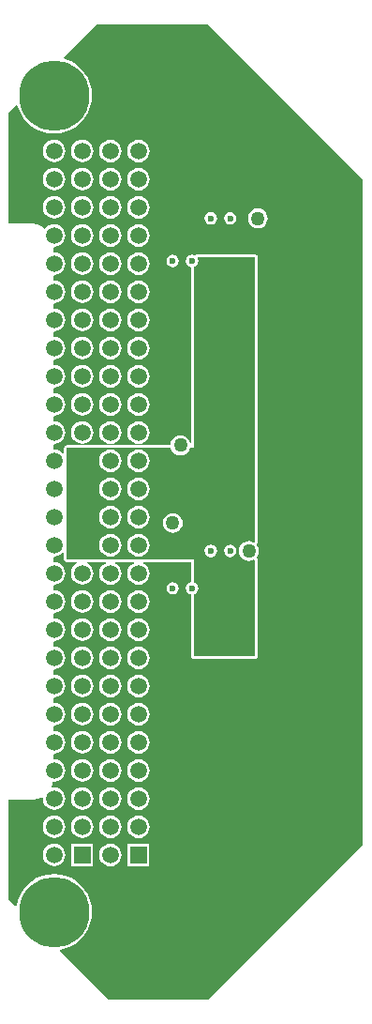
<source format=gbl>
G04*
G04 #@! TF.GenerationSoftware,Altium Limited,Altium Designer,23.3.1 (30)*
G04*
G04 Layer_Physical_Order=4*
G04 Layer_Color=16737819*
%FSAX42Y42*%
%MOMM*%
G71*
G04*
G04 #@! TF.SameCoordinates,74D896C7-0FB9-4F26-AAB1-64D905586B64*
G04*
G04*
G04 #@! TF.FilePolarity,Positive*
G04*
G01*
G75*
%ADD31R,1.50X1.50*%
%ADD32C,1.50*%
%ADD33C,6.35*%
%ADD34C,1.27*%
%ADD35C,1.30*%
%ADD36C,0.60*%
G36*
X003315Y007515D02*
Y001515D01*
X001915Y000115D01*
X001015D01*
X000576Y000554D01*
X000581Y000567D01*
X000629Y000578D01*
X000679Y000599D01*
X000725Y000627D01*
X000766Y000662D01*
X000801Y000703D01*
X000829Y000749D01*
X000850Y000799D01*
X000863Y000852D01*
X000867Y000906D01*
X000863Y000959D01*
X000850Y001012D01*
X000829Y001062D01*
X000801Y001108D01*
X000766Y001149D01*
X000725Y001184D01*
X000679Y001212D01*
X000629Y001233D01*
X000577Y001245D01*
X000523Y001249D01*
X000469Y001245D01*
X000417Y001233D01*
X000367Y001212D01*
X000321Y001184D01*
X000280Y001149D01*
X000245Y001108D01*
X000217Y001062D01*
X000196Y001012D01*
X000184Y000964D01*
X000172Y000958D01*
X000115Y001015D01*
Y001915D01*
X000315D01*
X000335Y001916D01*
X000373Y001924D01*
X000409Y001939D01*
X000412Y001940D01*
X000422Y001934D01*
X000422Y001928D01*
X000425Y001902D01*
X000435Y001877D01*
X000451Y001856D01*
X000472Y001840D01*
X000497Y001830D01*
X000523Y001827D01*
X000549Y001830D01*
X000574Y001840D01*
X000595Y001856D01*
X000611Y001877D01*
X000621Y001902D01*
X000624Y001928D01*
X000621Y001954D01*
X000611Y001979D01*
X000595Y002000D01*
X000574Y002016D01*
X000549Y002026D01*
X000523Y002029D01*
X000508Y002027D01*
X000499Y002039D01*
X000506Y002057D01*
X000511Y002082D01*
X000523Y002081D01*
X000549Y002084D01*
X000574Y002094D01*
X000595Y002110D01*
X000611Y002131D01*
X000621Y002156D01*
X000624Y002182D01*
X000621Y002208D01*
X000611Y002233D01*
X000595Y002254D01*
X000574Y002270D01*
X000549Y002280D01*
X000523Y002283D01*
X000515Y002290D01*
Y002328D01*
X000523Y002335D01*
X000549Y002338D01*
X000574Y002348D01*
X000595Y002364D01*
X000611Y002385D01*
X000621Y002410D01*
X000624Y002436D01*
X000621Y002462D01*
X000611Y002487D01*
X000595Y002508D01*
X000574Y002524D01*
X000549Y002534D01*
X000523Y002537D01*
X000515Y002544D01*
Y002582D01*
X000523Y002589D01*
X000549Y002592D01*
X000574Y002602D01*
X000595Y002618D01*
X000611Y002639D01*
X000621Y002664D01*
X000624Y002690D01*
X000621Y002716D01*
X000611Y002741D01*
X000595Y002762D01*
X000574Y002778D01*
X000549Y002788D01*
X000523Y002791D01*
X000515Y002798D01*
Y002836D01*
X000523Y002843D01*
X000549Y002846D01*
X000574Y002856D01*
X000595Y002872D01*
X000611Y002893D01*
X000621Y002918D01*
X000624Y002944D01*
X000621Y002970D01*
X000611Y002995D01*
X000595Y003016D01*
X000574Y003032D01*
X000549Y003042D01*
X000523Y003045D01*
X000515Y003052D01*
Y003090D01*
X000523Y003097D01*
X000549Y003100D01*
X000574Y003110D01*
X000595Y003126D01*
X000611Y003147D01*
X000621Y003172D01*
X000624Y003198D01*
X000621Y003224D01*
X000611Y003249D01*
X000595Y003270D01*
X000574Y003286D01*
X000549Y003296D01*
X000523Y003299D01*
X000515Y003306D01*
X000515Y003344D01*
X000523Y003351D01*
X000549Y003354D01*
X000574Y003364D01*
X000595Y003380D01*
X000611Y003401D01*
X000621Y003426D01*
X000624Y003452D01*
X000621Y003478D01*
X000611Y003503D01*
X000595Y003524D01*
X000574Y003540D01*
X000549Y003550D01*
X000523Y003553D01*
X000515Y003560D01*
Y003598D01*
X000523Y003605D01*
X000549Y003608D01*
X000574Y003618D01*
X000595Y003634D01*
X000611Y003655D01*
X000621Y003680D01*
X000624Y003706D01*
X000621Y003732D01*
X000611Y003757D01*
X000595Y003778D01*
X000574Y003794D01*
X000549Y003804D01*
X000523Y003807D01*
X000515Y003814D01*
Y003852D01*
X000523Y003859D01*
X000549Y003862D01*
X000574Y003872D01*
X000595Y003888D01*
X000611Y003909D01*
X000621Y003934D01*
X000624Y003960D01*
X000621Y003986D01*
X000611Y004011D01*
X000595Y004032D01*
X000574Y004048D01*
X000549Y004058D01*
X000523Y004061D01*
X000515Y004068D01*
Y004106D01*
X000523Y004113D01*
X000549Y004116D01*
X000574Y004126D01*
X000595Y004142D01*
X000601Y004151D01*
X000614Y004147D01*
Y004090D01*
X000616Y004080D01*
X000622Y004072D01*
X000630Y004066D01*
X000640Y004064D01*
X000733D01*
X000735Y004051D01*
X000726Y004048D01*
X000705Y004032D01*
X000689Y004011D01*
X000679Y003986D01*
X000676Y003960D01*
X000679Y003934D01*
X000689Y003909D01*
X000705Y003888D01*
X000726Y003872D01*
X000751Y003862D01*
X000777Y003859D01*
X000803Y003862D01*
X000828Y003872D01*
X000849Y003888D01*
X000865Y003909D01*
X000875Y003934D01*
X000878Y003960D01*
X000875Y003986D01*
X000865Y004011D01*
X000849Y004032D01*
X000828Y004048D01*
X000819Y004051D01*
X000821Y004064D01*
X000989D01*
X000992Y004051D01*
X000980Y004047D01*
X000959Y004031D01*
X000943Y004010D01*
X000933Y003985D01*
X000930Y003959D01*
X000933Y003933D01*
X000943Y003908D01*
X000959Y003887D01*
X000980Y003871D01*
X001005Y003861D01*
X001031Y003858D01*
X001057Y003861D01*
X001082Y003871D01*
X001103Y003887D01*
X001119Y003908D01*
X001129Y003933D01*
X001132Y003959D01*
X001129Y003985D01*
X001119Y004010D01*
X001103Y004031D01*
X001082Y004047D01*
X001070Y004051D01*
X001073Y004064D01*
X001243D01*
X001246Y004051D01*
X001234Y004047D01*
X001213Y004031D01*
X001197Y004010D01*
X001187Y003985D01*
X001184Y003959D01*
X001187Y003933D01*
X001197Y003908D01*
X001213Y003887D01*
X001234Y003871D01*
X001259Y003861D01*
X001285Y003858D01*
X001311Y003861D01*
X001336Y003871D01*
X001357Y003887D01*
X001373Y003908D01*
X001383Y003933D01*
X001386Y003959D01*
X001383Y003985D01*
X001373Y004010D01*
X001357Y004031D01*
X001336Y004047D01*
X001324Y004051D01*
X001327Y004064D01*
X001764D01*
Y003880D01*
X001749Y003877D01*
X001730Y003865D01*
X001718Y003847D01*
X001714Y003825D01*
X001718Y003803D01*
X001730Y003785D01*
X001749Y003773D01*
X001764Y003770D01*
Y003215D01*
X001766Y003205D01*
X001772Y003197D01*
X001780Y003191D01*
X001790Y003189D01*
X002340D01*
X002350Y003191D01*
X002358Y003197D01*
X002364Y003205D01*
X002366Y003215D01*
Y004080D01*
X002365Y004084D01*
X002365Y004088D01*
X002364Y004089D01*
X002364Y004090D01*
X002362Y004093D01*
X002359Y004097D01*
X002358Y004099D01*
X002357Y004110D01*
X002358Y004114D01*
X002361Y004118D01*
X002370Y004139D01*
X002373Y004163D01*
X002370Y004186D01*
X002361Y004208D01*
X002358Y004212D01*
X002357Y004216D01*
X002358Y004226D01*
X002359Y004228D01*
X002362Y004232D01*
X002364Y004236D01*
X002364Y004236D01*
X002365Y004237D01*
X002365Y004241D01*
X002366Y004246D01*
Y005406D01*
X002366Y005407D01*
X002366Y005409D01*
X002365Y005415D01*
X002366Y005421D01*
X002366Y005423D01*
X002366Y005424D01*
Y006815D01*
X002364Y006825D01*
X002358Y006833D01*
X002350Y006839D01*
X002340Y006841D01*
X001825D01*
X001822Y006840D01*
X001818Y006840D01*
X001817Y006839D01*
X001815Y006839D01*
X001812Y006837D01*
X001809Y006835D01*
X001808Y006834D01*
X001807Y006833D01*
X001805Y006830D01*
X001803Y006827D01*
X001798Y006826D01*
X001792Y006830D01*
X001770Y006834D01*
X001749Y006830D01*
X001730Y006818D01*
X001718Y006799D01*
X001714Y006778D01*
X001718Y006756D01*
X001730Y006738D01*
X001749Y006725D01*
X001764Y006722D01*
Y005140D01*
X001752Y005138D01*
X001743Y005160D01*
X001728Y005178D01*
X001710Y005193D01*
X001688Y005202D01*
X001665Y005205D01*
X001642Y005202D01*
X001620Y005193D01*
X001602Y005178D01*
X001587Y005160D01*
X001578Y005138D01*
X001575Y005116D01*
X001292D01*
X001292Y005129D01*
X001311Y005131D01*
X001336Y005141D01*
X001357Y005157D01*
X001373Y005178D01*
X001383Y005203D01*
X001386Y005229D01*
X001383Y005255D01*
X001373Y005280D01*
X001357Y005301D01*
X001336Y005317D01*
X001311Y005327D01*
X001285Y005330D01*
X001259Y005327D01*
X001234Y005317D01*
X001213Y005301D01*
X001197Y005280D01*
X001187Y005255D01*
X001184Y005229D01*
X001187Y005203D01*
X001197Y005178D01*
X001213Y005157D01*
X001234Y005141D01*
X001259Y005131D01*
X001278Y005129D01*
X001278Y005116D01*
X001038D01*
X001038Y005129D01*
X001057Y005131D01*
X001082Y005141D01*
X001103Y005157D01*
X001119Y005178D01*
X001129Y005203D01*
X001132Y005229D01*
X001129Y005255D01*
X001119Y005280D01*
X001103Y005301D01*
X001082Y005317D01*
X001057Y005327D01*
X001031Y005330D01*
X001005Y005327D01*
X000980Y005317D01*
X000959Y005301D01*
X000943Y005280D01*
X000933Y005255D01*
X000930Y005229D01*
X000933Y005203D01*
X000943Y005178D01*
X000959Y005157D01*
X000980Y005141D01*
X001005Y005131D01*
X001024Y005129D01*
X001024Y005116D01*
X000640D01*
X000630Y005114D01*
X000622Y005108D01*
X000616Y005100D01*
X000614Y005090D01*
Y005043D01*
X000601Y005039D01*
X000595Y005048D01*
X000574Y005064D01*
X000549Y005074D01*
X000523Y005077D01*
X000515Y005084D01*
Y005122D01*
X000523Y005129D01*
X000549Y005132D01*
X000574Y005142D01*
X000595Y005158D01*
X000611Y005179D01*
X000621Y005204D01*
X000624Y005230D01*
X000621Y005256D01*
X000611Y005281D01*
X000595Y005302D01*
X000574Y005318D01*
X000549Y005328D01*
X000523Y005331D01*
X000515Y005338D01*
Y005376D01*
X000523Y005383D01*
X000549Y005386D01*
X000574Y005396D01*
X000595Y005412D01*
X000611Y005433D01*
X000621Y005458D01*
X000624Y005484D01*
X000621Y005510D01*
X000611Y005535D01*
X000595Y005556D01*
X000574Y005572D01*
X000549Y005582D01*
X000523Y005585D01*
X000515Y005592D01*
Y005630D01*
X000523Y005637D01*
X000549Y005640D01*
X000574Y005650D01*
X000595Y005666D01*
X000611Y005687D01*
X000621Y005712D01*
X000624Y005738D01*
X000621Y005764D01*
X000611Y005789D01*
X000595Y005810D01*
X000574Y005826D01*
X000549Y005836D01*
X000523Y005839D01*
X000515Y005846D01*
Y005884D01*
X000523Y005891D01*
X000549Y005894D01*
X000574Y005904D01*
X000595Y005920D01*
X000611Y005941D01*
X000621Y005966D01*
X000624Y005992D01*
X000621Y006018D01*
X000611Y006043D01*
X000595Y006064D01*
X000574Y006080D01*
X000549Y006090D01*
X000523Y006093D01*
X000515Y006100D01*
Y006138D01*
X000523Y006145D01*
X000549Y006148D01*
X000574Y006158D01*
X000595Y006174D01*
X000611Y006195D01*
X000621Y006220D01*
X000624Y006246D01*
X000621Y006272D01*
X000611Y006297D01*
X000595Y006318D01*
X000574Y006334D01*
X000549Y006344D01*
X000523Y006347D01*
X000515Y006354D01*
Y006392D01*
X000523Y006399D01*
X000549Y006402D01*
X000574Y006412D01*
X000595Y006428D01*
X000611Y006449D01*
X000621Y006474D01*
X000624Y006500D01*
X000621Y006526D01*
X000611Y006551D01*
X000595Y006572D01*
X000574Y006588D01*
X000549Y006598D01*
X000523Y006601D01*
X000515Y006608D01*
Y006646D01*
X000523Y006653D01*
X000549Y006656D01*
X000574Y006666D01*
X000595Y006682D01*
X000611Y006703D01*
X000621Y006728D01*
X000624Y006754D01*
X000621Y006780D01*
X000611Y006805D01*
X000595Y006826D01*
X000574Y006842D01*
X000549Y006852D01*
X000523Y006855D01*
X000515Y006862D01*
Y006900D01*
X000523Y006907D01*
X000549Y006910D01*
X000574Y006920D01*
X000595Y006936D01*
X000611Y006957D01*
X000621Y006982D01*
X000624Y007008D01*
X000621Y007034D01*
X000611Y007059D01*
X000595Y007080D01*
X000574Y007096D01*
X000549Y007106D01*
X000523Y007109D01*
X000497Y007106D01*
X000472Y007096D01*
X000451Y007080D01*
X000444Y007070D01*
X000442Y007070D01*
X000409Y007091D01*
X000373Y007106D01*
X000335Y007114D01*
X000315Y007115D01*
X000115Y007115D01*
X000115Y008115D01*
X000181Y008181D01*
X000193Y008177D01*
X000196Y008165D01*
X000217Y008115D01*
X000245Y008069D01*
X000280Y008028D01*
X000321Y007993D01*
X000367Y007965D01*
X000417Y007944D01*
X000469Y007932D01*
X000523Y007928D01*
X000577Y007932D01*
X000629Y007944D01*
X000679Y007965D01*
X000725Y007993D01*
X000766Y008028D01*
X000801Y008069D01*
X000829Y008115D01*
X000850Y008165D01*
X000863Y008218D01*
X000867Y008271D01*
X000863Y008325D01*
X000850Y008378D01*
X000829Y008428D01*
X000801Y008474D01*
X000766Y008515D01*
X000725Y008550D01*
X000679Y008578D01*
X000629Y008599D01*
X000617Y008602D01*
X000614Y008614D01*
X000915Y008915D01*
X001915D01*
X003315Y007515D01*
D02*
G37*
G36*
X002340Y005424D02*
X002339Y005415D01*
X002340Y005406D01*
Y004246D01*
X002329Y004240D01*
X002328Y004240D01*
X002306Y004249D01*
X002283Y004252D01*
X002260Y004249D01*
X002238Y004240D01*
X002220Y004226D01*
X002206Y004208D01*
X002197Y004186D01*
X002194Y004163D01*
X002197Y004139D01*
X002206Y004118D01*
X002220Y004099D01*
X002238Y004085D01*
X002260Y004076D01*
X002283Y004073D01*
X002306Y004076D01*
X002328Y004085D01*
X002329Y004085D01*
X002340Y004080D01*
Y003215D01*
X001790D01*
Y003772D01*
X001792Y003773D01*
X001810Y003785D01*
X001822Y003803D01*
X001827Y003825D01*
X001822Y003847D01*
X001810Y003865D01*
X001792Y003877D01*
X001790Y003878D01*
Y004090D01*
X000640D01*
Y005090D01*
X001579D01*
X001587Y005070D01*
X001602Y005052D01*
X001620Y005037D01*
X001642Y005028D01*
X001665Y005025D01*
X001688Y005028D01*
X001710Y005037D01*
X001728Y005052D01*
X001743Y005070D01*
X001751Y005090D01*
X001790D01*
Y006725D01*
X001792Y006725D01*
X001810Y006738D01*
X001822Y006756D01*
X001827Y006778D01*
X001822Y006799D01*
X001819Y006804D01*
X001825Y006815D01*
X002340D01*
Y005424D01*
D02*
G37*
%LPC*%
G36*
X000777Y007871D02*
X000751Y007868D01*
X000726Y007858D01*
X000705Y007842D01*
X000689Y007821D01*
X000679Y007796D01*
X000676Y007770D01*
X000679Y007744D01*
X000689Y007719D01*
X000705Y007698D01*
X000726Y007682D01*
X000751Y007672D01*
X000777Y007669D01*
X000803Y007672D01*
X000828Y007682D01*
X000849Y007698D01*
X000865Y007719D01*
X000875Y007744D01*
X000878Y007770D01*
X000875Y007796D01*
X000865Y007821D01*
X000849Y007842D01*
X000828Y007858D01*
X000803Y007868D01*
X000777Y007871D01*
D02*
G37*
G36*
X000523D02*
X000497Y007868D01*
X000472Y007858D01*
X000451Y007842D01*
X000435Y007821D01*
X000425Y007796D01*
X000422Y007770D01*
X000425Y007744D01*
X000435Y007719D01*
X000451Y007698D01*
X000472Y007682D01*
X000497Y007672D01*
X000523Y007669D01*
X000549Y007672D01*
X000574Y007682D01*
X000595Y007698D01*
X000611Y007719D01*
X000621Y007744D01*
X000624Y007770D01*
X000621Y007796D01*
X000611Y007821D01*
X000595Y007842D01*
X000574Y007858D01*
X000549Y007868D01*
X000523Y007871D01*
D02*
G37*
G36*
X001285Y007870D02*
X001259Y007867D01*
X001234Y007857D01*
X001213Y007841D01*
X001197Y007820D01*
X001187Y007795D01*
X001184Y007769D01*
X001187Y007743D01*
X001197Y007718D01*
X001213Y007697D01*
X001234Y007681D01*
X001259Y007671D01*
X001285Y007668D01*
X001311Y007671D01*
X001336Y007681D01*
X001357Y007697D01*
X001373Y007718D01*
X001383Y007743D01*
X001386Y007769D01*
X001383Y007795D01*
X001373Y007820D01*
X001357Y007841D01*
X001336Y007857D01*
X001311Y007867D01*
X001285Y007870D01*
D02*
G37*
G36*
X001031D02*
X001005Y007867D01*
X000980Y007857D01*
X000959Y007841D01*
X000943Y007820D01*
X000933Y007795D01*
X000930Y007769D01*
X000933Y007743D01*
X000943Y007718D01*
X000959Y007697D01*
X000980Y007681D01*
X001005Y007671D01*
X001031Y007668D01*
X001057Y007671D01*
X001082Y007681D01*
X001103Y007697D01*
X001119Y007718D01*
X001129Y007743D01*
X001132Y007769D01*
X001129Y007795D01*
X001119Y007820D01*
X001103Y007841D01*
X001082Y007857D01*
X001057Y007867D01*
X001031Y007870D01*
D02*
G37*
G36*
X000777Y007617D02*
X000751Y007614D01*
X000726Y007604D01*
X000705Y007588D01*
X000689Y007567D01*
X000679Y007542D01*
X000676Y007516D01*
X000679Y007490D01*
X000689Y007465D01*
X000705Y007444D01*
X000726Y007428D01*
X000751Y007418D01*
X000777Y007415D01*
X000803Y007418D01*
X000828Y007428D01*
X000849Y007444D01*
X000865Y007465D01*
X000875Y007490D01*
X000878Y007516D01*
X000875Y007542D01*
X000865Y007567D01*
X000849Y007588D01*
X000828Y007604D01*
X000803Y007614D01*
X000777Y007617D01*
D02*
G37*
G36*
X000523D02*
X000497Y007614D01*
X000472Y007604D01*
X000451Y007588D01*
X000435Y007567D01*
X000425Y007542D01*
X000422Y007516D01*
X000425Y007490D01*
X000435Y007465D01*
X000451Y007444D01*
X000472Y007428D01*
X000497Y007418D01*
X000523Y007415D01*
X000549Y007418D01*
X000574Y007428D01*
X000595Y007444D01*
X000611Y007465D01*
X000621Y007490D01*
X000624Y007516D01*
X000621Y007542D01*
X000611Y007567D01*
X000595Y007588D01*
X000574Y007604D01*
X000549Y007614D01*
X000523Y007617D01*
D02*
G37*
G36*
X001285Y007616D02*
X001259Y007613D01*
X001234Y007603D01*
X001213Y007587D01*
X001197Y007566D01*
X001187Y007541D01*
X001184Y007515D01*
X001187Y007489D01*
X001197Y007464D01*
X001213Y007443D01*
X001234Y007427D01*
X001259Y007417D01*
X001285Y007414D01*
X001311Y007417D01*
X001336Y007427D01*
X001357Y007443D01*
X001373Y007464D01*
X001383Y007489D01*
X001386Y007515D01*
X001383Y007541D01*
X001373Y007566D01*
X001357Y007587D01*
X001336Y007603D01*
X001311Y007613D01*
X001285Y007616D01*
D02*
G37*
G36*
X001031D02*
X001005Y007613D01*
X000980Y007603D01*
X000959Y007587D01*
X000943Y007566D01*
X000933Y007541D01*
X000930Y007515D01*
X000933Y007489D01*
X000943Y007464D01*
X000959Y007443D01*
X000980Y007427D01*
X001005Y007417D01*
X001031Y007414D01*
X001057Y007417D01*
X001082Y007427D01*
X001103Y007443D01*
X001119Y007464D01*
X001129Y007489D01*
X001132Y007515D01*
X001129Y007541D01*
X001119Y007566D01*
X001103Y007587D01*
X001082Y007603D01*
X001057Y007613D01*
X001031Y007616D01*
D02*
G37*
G36*
X000777Y007363D02*
X000751Y007360D01*
X000726Y007350D01*
X000705Y007334D01*
X000689Y007313D01*
X000679Y007288D01*
X000676Y007262D01*
X000679Y007236D01*
X000689Y007211D01*
X000705Y007190D01*
X000726Y007174D01*
X000751Y007164D01*
X000777Y007161D01*
X000803Y007164D01*
X000828Y007174D01*
X000849Y007190D01*
X000865Y007211D01*
X000875Y007236D01*
X000878Y007262D01*
X000875Y007288D01*
X000865Y007313D01*
X000849Y007334D01*
X000828Y007350D01*
X000803Y007360D01*
X000777Y007363D01*
D02*
G37*
G36*
X000523D02*
X000497Y007360D01*
X000472Y007350D01*
X000451Y007334D01*
X000435Y007313D01*
X000425Y007288D01*
X000422Y007262D01*
X000425Y007236D01*
X000435Y007211D01*
X000451Y007190D01*
X000472Y007174D01*
X000497Y007164D01*
X000523Y007161D01*
X000549Y007164D01*
X000574Y007174D01*
X000595Y007190D01*
X000611Y007211D01*
X000621Y007236D01*
X000624Y007262D01*
X000621Y007288D01*
X000611Y007313D01*
X000595Y007334D01*
X000574Y007350D01*
X000549Y007360D01*
X000523Y007363D01*
D02*
G37*
G36*
X001285Y007362D02*
X001259Y007359D01*
X001234Y007349D01*
X001213Y007333D01*
X001197Y007312D01*
X001187Y007287D01*
X001184Y007261D01*
X001187Y007235D01*
X001197Y007210D01*
X001213Y007189D01*
X001234Y007173D01*
X001259Y007163D01*
X001285Y007160D01*
X001311Y007163D01*
X001336Y007173D01*
X001357Y007189D01*
X001373Y007210D01*
X001383Y007235D01*
X001386Y007261D01*
X001383Y007287D01*
X001373Y007312D01*
X001357Y007333D01*
X001336Y007349D01*
X001311Y007359D01*
X001285Y007362D01*
D02*
G37*
G36*
X001031D02*
X001005Y007359D01*
X000980Y007349D01*
X000959Y007333D01*
X000943Y007312D01*
X000933Y007287D01*
X000930Y007261D01*
X000933Y007235D01*
X000943Y007210D01*
X000959Y007189D01*
X000980Y007173D01*
X001005Y007163D01*
X001031Y007160D01*
X001057Y007163D01*
X001082Y007173D01*
X001103Y007189D01*
X001119Y007210D01*
X001129Y007235D01*
X001132Y007261D01*
X001129Y007287D01*
X001119Y007312D01*
X001103Y007333D01*
X001082Y007349D01*
X001057Y007359D01*
X001031Y007362D01*
D02*
G37*
G36*
X002115Y007219D02*
X002093Y007215D01*
X002075Y007203D01*
X002063Y007184D01*
X002059Y007163D01*
X002063Y007141D01*
X002075Y007123D01*
X002093Y007110D01*
X002115Y007106D01*
X002137Y007110D01*
X002155Y007123D01*
X002167Y007141D01*
X002172Y007163D01*
X002167Y007184D01*
X002155Y007203D01*
X002137Y007215D01*
X002115Y007219D01*
D02*
G37*
G36*
X001940D02*
X001918Y007215D01*
X001900Y007203D01*
X001888Y007184D01*
X001884Y007163D01*
X001888Y007141D01*
X001900Y007123D01*
X001918Y007110D01*
X001940Y007106D01*
X001962Y007110D01*
X001980Y007123D01*
X001992Y007141D01*
X001997Y007163D01*
X001992Y007184D01*
X001980Y007203D01*
X001962Y007215D01*
X001940Y007219D01*
D02*
G37*
G36*
X002365Y007252D02*
X002342Y007249D01*
X002320Y007240D01*
X002302Y007226D01*
X002287Y007208D01*
X002278Y007186D01*
X002275Y007163D01*
X002278Y007139D01*
X002287Y007118D01*
X002302Y007099D01*
X002320Y007085D01*
X002342Y007076D01*
X002365Y007073D01*
X002388Y007076D01*
X002410Y007085D01*
X002428Y007099D01*
X002443Y007118D01*
X002452Y007139D01*
X002455Y007163D01*
X002452Y007186D01*
X002443Y007208D01*
X002428Y007226D01*
X002410Y007240D01*
X002388Y007249D01*
X002365Y007252D01*
D02*
G37*
G36*
X000777Y007109D02*
X000751Y007106D01*
X000726Y007096D01*
X000705Y007080D01*
X000689Y007059D01*
X000679Y007034D01*
X000676Y007008D01*
X000679Y006982D01*
X000689Y006957D01*
X000705Y006936D01*
X000726Y006920D01*
X000751Y006910D01*
X000777Y006907D01*
X000803Y006910D01*
X000828Y006920D01*
X000849Y006936D01*
X000865Y006957D01*
X000875Y006982D01*
X000878Y007008D01*
X000875Y007034D01*
X000865Y007059D01*
X000849Y007080D01*
X000828Y007096D01*
X000803Y007106D01*
X000777Y007109D01*
D02*
G37*
G36*
X001285Y007108D02*
X001259Y007105D01*
X001234Y007095D01*
X001213Y007079D01*
X001197Y007058D01*
X001187Y007033D01*
X001184Y007007D01*
X001187Y006981D01*
X001197Y006956D01*
X001213Y006935D01*
X001234Y006919D01*
X001259Y006909D01*
X001285Y006906D01*
X001311Y006909D01*
X001336Y006919D01*
X001357Y006935D01*
X001373Y006956D01*
X001383Y006981D01*
X001386Y007007D01*
X001383Y007033D01*
X001373Y007058D01*
X001357Y007079D01*
X001336Y007095D01*
X001311Y007105D01*
X001285Y007108D01*
D02*
G37*
G36*
X001031D02*
X001005Y007105D01*
X000980Y007095D01*
X000959Y007079D01*
X000943Y007058D01*
X000933Y007033D01*
X000930Y007007D01*
X000933Y006981D01*
X000943Y006956D01*
X000959Y006935D01*
X000980Y006919D01*
X001005Y006909D01*
X001031Y006906D01*
X001057Y006909D01*
X001082Y006919D01*
X001103Y006935D01*
X001119Y006956D01*
X001129Y006981D01*
X001132Y007007D01*
X001129Y007033D01*
X001119Y007058D01*
X001103Y007079D01*
X001082Y007095D01*
X001057Y007105D01*
X001031Y007108D01*
D02*
G37*
G36*
X001595Y006834D02*
X001574Y006830D01*
X001555Y006818D01*
X001543Y006799D01*
X001539Y006778D01*
X001543Y006756D01*
X001555Y006738D01*
X001574Y006725D01*
X001595Y006721D01*
X001617Y006725D01*
X001635Y006738D01*
X001647Y006756D01*
X001652Y006778D01*
X001647Y006799D01*
X001635Y006818D01*
X001617Y006830D01*
X001595Y006834D01*
D02*
G37*
G36*
X000777Y006855D02*
X000751Y006852D01*
X000726Y006842D01*
X000705Y006826D01*
X000689Y006805D01*
X000679Y006780D01*
X000676Y006754D01*
X000679Y006728D01*
X000689Y006703D01*
X000705Y006682D01*
X000726Y006666D01*
X000751Y006656D01*
X000777Y006653D01*
X000803Y006656D01*
X000828Y006666D01*
X000849Y006682D01*
X000865Y006703D01*
X000875Y006728D01*
X000878Y006754D01*
X000875Y006780D01*
X000865Y006805D01*
X000849Y006826D01*
X000828Y006842D01*
X000803Y006852D01*
X000777Y006855D01*
D02*
G37*
G36*
X001285Y006854D02*
X001259Y006851D01*
X001234Y006841D01*
X001213Y006825D01*
X001197Y006804D01*
X001187Y006779D01*
X001184Y006753D01*
X001187Y006727D01*
X001197Y006702D01*
X001213Y006681D01*
X001234Y006665D01*
X001259Y006655D01*
X001285Y006652D01*
X001311Y006655D01*
X001336Y006665D01*
X001357Y006681D01*
X001373Y006702D01*
X001383Y006727D01*
X001386Y006753D01*
X001383Y006779D01*
X001373Y006804D01*
X001357Y006825D01*
X001336Y006841D01*
X001311Y006851D01*
X001285Y006854D01*
D02*
G37*
G36*
X001031D02*
X001005Y006851D01*
X000980Y006841D01*
X000959Y006825D01*
X000943Y006804D01*
X000933Y006779D01*
X000930Y006753D01*
X000933Y006727D01*
X000943Y006702D01*
X000959Y006681D01*
X000980Y006665D01*
X001005Y006655D01*
X001031Y006652D01*
X001057Y006655D01*
X001082Y006665D01*
X001103Y006681D01*
X001119Y006702D01*
X001129Y006727D01*
X001132Y006753D01*
X001129Y006779D01*
X001119Y006804D01*
X001103Y006825D01*
X001082Y006841D01*
X001057Y006851D01*
X001031Y006854D01*
D02*
G37*
G36*
X000777Y006601D02*
X000751Y006598D01*
X000726Y006588D01*
X000705Y006572D01*
X000689Y006551D01*
X000679Y006526D01*
X000676Y006500D01*
X000679Y006474D01*
X000689Y006449D01*
X000705Y006428D01*
X000726Y006412D01*
X000751Y006402D01*
X000777Y006399D01*
X000803Y006402D01*
X000828Y006412D01*
X000849Y006428D01*
X000865Y006449D01*
X000875Y006474D01*
X000878Y006500D01*
X000875Y006526D01*
X000865Y006551D01*
X000849Y006572D01*
X000828Y006588D01*
X000803Y006598D01*
X000777Y006601D01*
D02*
G37*
G36*
X001285Y006600D02*
X001259Y006597D01*
X001234Y006587D01*
X001213Y006571D01*
X001197Y006550D01*
X001187Y006525D01*
X001184Y006499D01*
X001187Y006473D01*
X001197Y006448D01*
X001213Y006427D01*
X001234Y006411D01*
X001259Y006401D01*
X001285Y006398D01*
X001311Y006401D01*
X001336Y006411D01*
X001357Y006427D01*
X001373Y006448D01*
X001383Y006473D01*
X001386Y006499D01*
X001383Y006525D01*
X001373Y006550D01*
X001357Y006571D01*
X001336Y006587D01*
X001311Y006597D01*
X001285Y006600D01*
D02*
G37*
G36*
X001031D02*
X001005Y006597D01*
X000980Y006587D01*
X000959Y006571D01*
X000943Y006550D01*
X000933Y006525D01*
X000930Y006499D01*
X000933Y006473D01*
X000943Y006448D01*
X000959Y006427D01*
X000980Y006411D01*
X001005Y006401D01*
X001031Y006398D01*
X001057Y006401D01*
X001082Y006411D01*
X001103Y006427D01*
X001119Y006448D01*
X001129Y006473D01*
X001132Y006499D01*
X001129Y006525D01*
X001119Y006550D01*
X001103Y006571D01*
X001082Y006587D01*
X001057Y006597D01*
X001031Y006600D01*
D02*
G37*
G36*
X000777Y006347D02*
X000751Y006344D01*
X000726Y006334D01*
X000705Y006318D01*
X000689Y006297D01*
X000679Y006272D01*
X000676Y006246D01*
X000679Y006220D01*
X000689Y006195D01*
X000705Y006174D01*
X000726Y006158D01*
X000751Y006148D01*
X000777Y006145D01*
X000803Y006148D01*
X000828Y006158D01*
X000849Y006174D01*
X000865Y006195D01*
X000875Y006220D01*
X000878Y006246D01*
X000875Y006272D01*
X000865Y006297D01*
X000849Y006318D01*
X000828Y006334D01*
X000803Y006344D01*
X000777Y006347D01*
D02*
G37*
G36*
X001285Y006346D02*
X001259Y006343D01*
X001234Y006333D01*
X001213Y006317D01*
X001197Y006296D01*
X001187Y006271D01*
X001184Y006245D01*
X001187Y006219D01*
X001197Y006194D01*
X001213Y006173D01*
X001234Y006157D01*
X001259Y006147D01*
X001285Y006144D01*
X001311Y006147D01*
X001336Y006157D01*
X001357Y006173D01*
X001373Y006194D01*
X001383Y006219D01*
X001386Y006245D01*
X001383Y006271D01*
X001373Y006296D01*
X001357Y006317D01*
X001336Y006333D01*
X001311Y006343D01*
X001285Y006346D01*
D02*
G37*
G36*
X001031D02*
X001005Y006343D01*
X000980Y006333D01*
X000959Y006317D01*
X000943Y006296D01*
X000933Y006271D01*
X000930Y006245D01*
X000933Y006219D01*
X000943Y006194D01*
X000959Y006173D01*
X000980Y006157D01*
X001005Y006147D01*
X001031Y006144D01*
X001057Y006147D01*
X001082Y006157D01*
X001103Y006173D01*
X001119Y006194D01*
X001129Y006219D01*
X001132Y006245D01*
X001129Y006271D01*
X001119Y006296D01*
X001103Y006317D01*
X001082Y006333D01*
X001057Y006343D01*
X001031Y006346D01*
D02*
G37*
G36*
X000777Y006093D02*
X000751Y006090D01*
X000726Y006080D01*
X000705Y006064D01*
X000689Y006043D01*
X000679Y006018D01*
X000676Y005992D01*
X000679Y005966D01*
X000689Y005941D01*
X000705Y005920D01*
X000726Y005904D01*
X000751Y005894D01*
X000777Y005891D01*
X000803Y005894D01*
X000828Y005904D01*
X000849Y005920D01*
X000865Y005941D01*
X000875Y005966D01*
X000878Y005992D01*
X000875Y006018D01*
X000865Y006043D01*
X000849Y006064D01*
X000828Y006080D01*
X000803Y006090D01*
X000777Y006093D01*
D02*
G37*
G36*
X001285Y006092D02*
X001259Y006089D01*
X001234Y006079D01*
X001213Y006063D01*
X001197Y006042D01*
X001187Y006017D01*
X001184Y005991D01*
X001187Y005965D01*
X001197Y005940D01*
X001213Y005919D01*
X001234Y005903D01*
X001259Y005893D01*
X001285Y005890D01*
X001311Y005893D01*
X001336Y005903D01*
X001357Y005919D01*
X001373Y005940D01*
X001383Y005965D01*
X001386Y005991D01*
X001383Y006017D01*
X001373Y006042D01*
X001357Y006063D01*
X001336Y006079D01*
X001311Y006089D01*
X001285Y006092D01*
D02*
G37*
G36*
X001031D02*
X001005Y006089D01*
X000980Y006079D01*
X000959Y006063D01*
X000943Y006042D01*
X000933Y006017D01*
X000930Y005991D01*
X000933Y005965D01*
X000943Y005940D01*
X000959Y005919D01*
X000980Y005903D01*
X001005Y005893D01*
X001031Y005890D01*
X001057Y005893D01*
X001082Y005903D01*
X001103Y005919D01*
X001119Y005940D01*
X001129Y005965D01*
X001132Y005991D01*
X001129Y006017D01*
X001119Y006042D01*
X001103Y006063D01*
X001082Y006079D01*
X001057Y006089D01*
X001031Y006092D01*
D02*
G37*
G36*
X000777Y005839D02*
X000751Y005836D01*
X000726Y005826D01*
X000705Y005810D01*
X000689Y005789D01*
X000679Y005764D01*
X000676Y005738D01*
X000679Y005712D01*
X000689Y005687D01*
X000705Y005666D01*
X000726Y005650D01*
X000751Y005640D01*
X000777Y005637D01*
X000803Y005640D01*
X000828Y005650D01*
X000849Y005666D01*
X000865Y005687D01*
X000875Y005712D01*
X000878Y005738D01*
X000875Y005764D01*
X000865Y005789D01*
X000849Y005810D01*
X000828Y005826D01*
X000803Y005836D01*
X000777Y005839D01*
D02*
G37*
G36*
X001285Y005838D02*
X001259Y005835D01*
X001234Y005825D01*
X001213Y005809D01*
X001197Y005788D01*
X001187Y005763D01*
X001184Y005737D01*
X001187Y005711D01*
X001197Y005686D01*
X001213Y005665D01*
X001234Y005649D01*
X001259Y005639D01*
X001285Y005636D01*
X001311Y005639D01*
X001336Y005649D01*
X001357Y005665D01*
X001373Y005686D01*
X001383Y005711D01*
X001386Y005737D01*
X001383Y005763D01*
X001373Y005788D01*
X001357Y005809D01*
X001336Y005825D01*
X001311Y005835D01*
X001285Y005838D01*
D02*
G37*
G36*
X001031D02*
X001005Y005835D01*
X000980Y005825D01*
X000959Y005809D01*
X000943Y005788D01*
X000933Y005763D01*
X000930Y005737D01*
X000933Y005711D01*
X000943Y005686D01*
X000959Y005665D01*
X000980Y005649D01*
X001005Y005639D01*
X001031Y005636D01*
X001057Y005639D01*
X001082Y005649D01*
X001103Y005665D01*
X001119Y005686D01*
X001129Y005711D01*
X001132Y005737D01*
X001129Y005763D01*
X001119Y005788D01*
X001103Y005809D01*
X001082Y005825D01*
X001057Y005835D01*
X001031Y005838D01*
D02*
G37*
G36*
X000777Y005585D02*
X000751Y005582D01*
X000726Y005572D01*
X000705Y005556D01*
X000689Y005535D01*
X000679Y005510D01*
X000676Y005484D01*
X000679Y005458D01*
X000689Y005433D01*
X000705Y005412D01*
X000726Y005396D01*
X000751Y005386D01*
X000777Y005383D01*
X000803Y005386D01*
X000828Y005396D01*
X000849Y005412D01*
X000865Y005433D01*
X000875Y005458D01*
X000878Y005484D01*
X000875Y005510D01*
X000865Y005535D01*
X000849Y005556D01*
X000828Y005572D01*
X000803Y005582D01*
X000777Y005585D01*
D02*
G37*
G36*
X001285Y005584D02*
X001259Y005581D01*
X001234Y005571D01*
X001213Y005555D01*
X001197Y005534D01*
X001187Y005509D01*
X001184Y005483D01*
X001187Y005457D01*
X001197Y005432D01*
X001213Y005411D01*
X001234Y005395D01*
X001259Y005385D01*
X001285Y005382D01*
X001311Y005385D01*
X001336Y005395D01*
X001357Y005411D01*
X001373Y005432D01*
X001383Y005457D01*
X001386Y005483D01*
X001383Y005509D01*
X001373Y005534D01*
X001357Y005555D01*
X001336Y005571D01*
X001311Y005581D01*
X001285Y005584D01*
D02*
G37*
G36*
X001031D02*
X001005Y005581D01*
X000980Y005571D01*
X000959Y005555D01*
X000943Y005534D01*
X000933Y005509D01*
X000930Y005483D01*
X000933Y005457D01*
X000943Y005432D01*
X000959Y005411D01*
X000980Y005395D01*
X001005Y005385D01*
X001031Y005382D01*
X001057Y005385D01*
X001082Y005395D01*
X001103Y005411D01*
X001119Y005432D01*
X001129Y005457D01*
X001132Y005483D01*
X001129Y005509D01*
X001119Y005534D01*
X001103Y005555D01*
X001082Y005571D01*
X001057Y005581D01*
X001031Y005584D01*
D02*
G37*
G36*
X000777Y005331D02*
X000751Y005328D01*
X000726Y005318D01*
X000705Y005302D01*
X000689Y005281D01*
X000679Y005256D01*
X000676Y005230D01*
X000679Y005204D01*
X000689Y005179D01*
X000705Y005158D01*
X000726Y005142D01*
X000751Y005132D01*
X000777Y005129D01*
X000803Y005132D01*
X000828Y005142D01*
X000849Y005158D01*
X000865Y005179D01*
X000875Y005204D01*
X000878Y005230D01*
X000875Y005256D01*
X000865Y005281D01*
X000849Y005302D01*
X000828Y005318D01*
X000803Y005328D01*
X000777Y005331D01*
D02*
G37*
G36*
X001595Y003881D02*
X001574Y003877D01*
X001555Y003865D01*
X001543Y003847D01*
X001539Y003825D01*
X001543Y003803D01*
X001555Y003785D01*
X001574Y003773D01*
X001595Y003769D01*
X001617Y003773D01*
X001635Y003785D01*
X001647Y003803D01*
X001652Y003825D01*
X001647Y003847D01*
X001635Y003865D01*
X001617Y003877D01*
X001595Y003881D01*
D02*
G37*
G36*
X000777Y003807D02*
X000751Y003804D01*
X000726Y003794D01*
X000705Y003778D01*
X000689Y003757D01*
X000679Y003732D01*
X000676Y003706D01*
X000679Y003680D01*
X000689Y003655D01*
X000705Y003634D01*
X000726Y003618D01*
X000751Y003608D01*
X000777Y003605D01*
X000803Y003608D01*
X000828Y003618D01*
X000849Y003634D01*
X000865Y003655D01*
X000875Y003680D01*
X000878Y003706D01*
X000875Y003732D01*
X000865Y003757D01*
X000849Y003778D01*
X000828Y003794D01*
X000803Y003804D01*
X000777Y003807D01*
D02*
G37*
G36*
X001285Y003806D02*
X001259Y003803D01*
X001234Y003793D01*
X001213Y003777D01*
X001197Y003756D01*
X001187Y003731D01*
X001184Y003705D01*
X001187Y003679D01*
X001197Y003654D01*
X001213Y003633D01*
X001234Y003617D01*
X001259Y003607D01*
X001285Y003604D01*
X001311Y003607D01*
X001336Y003617D01*
X001357Y003633D01*
X001373Y003654D01*
X001383Y003679D01*
X001386Y003705D01*
X001383Y003731D01*
X001373Y003756D01*
X001357Y003777D01*
X001336Y003793D01*
X001311Y003803D01*
X001285Y003806D01*
D02*
G37*
G36*
X001031D02*
X001005Y003803D01*
X000980Y003793D01*
X000959Y003777D01*
X000943Y003756D01*
X000933Y003731D01*
X000930Y003705D01*
X000933Y003679D01*
X000943Y003654D01*
X000959Y003633D01*
X000980Y003617D01*
X001005Y003607D01*
X001031Y003604D01*
X001057Y003607D01*
X001082Y003617D01*
X001103Y003633D01*
X001119Y003654D01*
X001129Y003679D01*
X001132Y003705D01*
X001129Y003731D01*
X001119Y003756D01*
X001103Y003777D01*
X001082Y003793D01*
X001057Y003803D01*
X001031Y003806D01*
D02*
G37*
G36*
X000777Y003553D02*
X000751Y003550D01*
X000726Y003540D01*
X000705Y003524D01*
X000689Y003503D01*
X000679Y003478D01*
X000676Y003452D01*
X000679Y003426D01*
X000689Y003401D01*
X000705Y003380D01*
X000726Y003364D01*
X000751Y003354D01*
X000777Y003351D01*
X000803Y003354D01*
X000828Y003364D01*
X000849Y003380D01*
X000865Y003401D01*
X000875Y003426D01*
X000878Y003452D01*
X000875Y003478D01*
X000865Y003503D01*
X000849Y003524D01*
X000828Y003540D01*
X000803Y003550D01*
X000777Y003553D01*
D02*
G37*
G36*
X001285Y003552D02*
X001259Y003549D01*
X001234Y003539D01*
X001213Y003523D01*
X001197Y003502D01*
X001187Y003477D01*
X001184Y003451D01*
X001187Y003425D01*
X001197Y003400D01*
X001213Y003379D01*
X001234Y003363D01*
X001259Y003353D01*
X001285Y003350D01*
X001311Y003353D01*
X001336Y003363D01*
X001357Y003379D01*
X001373Y003400D01*
X001383Y003425D01*
X001386Y003451D01*
X001383Y003477D01*
X001373Y003502D01*
X001357Y003523D01*
X001336Y003539D01*
X001311Y003549D01*
X001285Y003552D01*
D02*
G37*
G36*
X001031D02*
X001005Y003549D01*
X000980Y003539D01*
X000959Y003523D01*
X000943Y003502D01*
X000933Y003477D01*
X000930Y003451D01*
X000933Y003425D01*
X000943Y003400D01*
X000959Y003379D01*
X000980Y003363D01*
X001005Y003353D01*
X001031Y003350D01*
X001057Y003353D01*
X001082Y003363D01*
X001103Y003379D01*
X001119Y003400D01*
X001129Y003425D01*
X001132Y003451D01*
X001129Y003477D01*
X001119Y003502D01*
X001103Y003523D01*
X001082Y003539D01*
X001057Y003549D01*
X001031Y003552D01*
D02*
G37*
G36*
X000777Y003299D02*
X000751Y003296D01*
X000726Y003286D01*
X000705Y003270D01*
X000689Y003249D01*
X000679Y003224D01*
X000676Y003198D01*
X000679Y003172D01*
X000689Y003147D01*
X000705Y003126D01*
X000726Y003110D01*
X000751Y003100D01*
X000777Y003097D01*
X000803Y003100D01*
X000828Y003110D01*
X000849Y003126D01*
X000865Y003147D01*
X000875Y003172D01*
X000878Y003198D01*
X000875Y003224D01*
X000865Y003249D01*
X000849Y003270D01*
X000828Y003286D01*
X000803Y003296D01*
X000777Y003299D01*
D02*
G37*
G36*
X001285Y003298D02*
X001259Y003295D01*
X001234Y003285D01*
X001213Y003269D01*
X001197Y003248D01*
X001187Y003223D01*
X001184Y003197D01*
X001187Y003171D01*
X001197Y003146D01*
X001213Y003125D01*
X001234Y003109D01*
X001259Y003099D01*
X001285Y003096D01*
X001311Y003099D01*
X001336Y003109D01*
X001357Y003125D01*
X001373Y003146D01*
X001383Y003171D01*
X001386Y003197D01*
X001383Y003223D01*
X001373Y003248D01*
X001357Y003269D01*
X001336Y003285D01*
X001311Y003295D01*
X001285Y003298D01*
D02*
G37*
G36*
X001031D02*
X001005Y003295D01*
X000980Y003285D01*
X000959Y003269D01*
X000943Y003248D01*
X000933Y003223D01*
X000930Y003197D01*
X000933Y003171D01*
X000943Y003146D01*
X000959Y003125D01*
X000980Y003109D01*
X001005Y003099D01*
X001031Y003096D01*
X001057Y003099D01*
X001082Y003109D01*
X001103Y003125D01*
X001119Y003146D01*
X001129Y003171D01*
X001132Y003197D01*
X001129Y003223D01*
X001119Y003248D01*
X001103Y003269D01*
X001082Y003285D01*
X001057Y003295D01*
X001031Y003298D01*
D02*
G37*
G36*
X000777Y003045D02*
X000751Y003042D01*
X000726Y003032D01*
X000705Y003016D01*
X000689Y002995D01*
X000679Y002970D01*
X000676Y002944D01*
X000679Y002918D01*
X000689Y002893D01*
X000705Y002872D01*
X000726Y002856D01*
X000751Y002846D01*
X000777Y002843D01*
X000803Y002846D01*
X000828Y002856D01*
X000849Y002872D01*
X000865Y002893D01*
X000875Y002918D01*
X000878Y002944D01*
X000875Y002970D01*
X000865Y002995D01*
X000849Y003016D01*
X000828Y003032D01*
X000803Y003042D01*
X000777Y003045D01*
D02*
G37*
G36*
X001285Y003044D02*
X001259Y003041D01*
X001234Y003031D01*
X001213Y003015D01*
X001197Y002994D01*
X001187Y002969D01*
X001184Y002943D01*
X001187Y002917D01*
X001197Y002892D01*
X001213Y002871D01*
X001234Y002855D01*
X001259Y002845D01*
X001285Y002842D01*
X001311Y002845D01*
X001336Y002855D01*
X001357Y002871D01*
X001373Y002892D01*
X001383Y002917D01*
X001386Y002943D01*
X001383Y002969D01*
X001373Y002994D01*
X001357Y003015D01*
X001336Y003031D01*
X001311Y003041D01*
X001285Y003044D01*
D02*
G37*
G36*
X001031D02*
X001005Y003041D01*
X000980Y003031D01*
X000959Y003015D01*
X000943Y002994D01*
X000933Y002969D01*
X000930Y002943D01*
X000933Y002917D01*
X000943Y002892D01*
X000959Y002871D01*
X000980Y002855D01*
X001005Y002845D01*
X001031Y002842D01*
X001057Y002845D01*
X001082Y002855D01*
X001103Y002871D01*
X001119Y002892D01*
X001129Y002917D01*
X001132Y002943D01*
X001129Y002969D01*
X001119Y002994D01*
X001103Y003015D01*
X001082Y003031D01*
X001057Y003041D01*
X001031Y003044D01*
D02*
G37*
G36*
X000777Y002791D02*
X000751Y002788D01*
X000726Y002778D01*
X000705Y002762D01*
X000689Y002741D01*
X000679Y002716D01*
X000676Y002690D01*
X000679Y002664D01*
X000689Y002639D01*
X000705Y002618D01*
X000726Y002602D01*
X000751Y002592D01*
X000777Y002589D01*
X000803Y002592D01*
X000828Y002602D01*
X000849Y002618D01*
X000865Y002639D01*
X000875Y002664D01*
X000878Y002690D01*
X000875Y002716D01*
X000865Y002741D01*
X000849Y002762D01*
X000828Y002778D01*
X000803Y002788D01*
X000777Y002791D01*
D02*
G37*
G36*
X001285Y002790D02*
X001259Y002787D01*
X001234Y002777D01*
X001213Y002761D01*
X001197Y002740D01*
X001187Y002715D01*
X001184Y002689D01*
X001187Y002663D01*
X001197Y002638D01*
X001213Y002617D01*
X001234Y002601D01*
X001259Y002591D01*
X001285Y002588D01*
X001311Y002591D01*
X001336Y002601D01*
X001357Y002617D01*
X001373Y002638D01*
X001383Y002663D01*
X001386Y002689D01*
X001383Y002715D01*
X001373Y002740D01*
X001357Y002761D01*
X001336Y002777D01*
X001311Y002787D01*
X001285Y002790D01*
D02*
G37*
G36*
X001031D02*
X001005Y002787D01*
X000980Y002777D01*
X000959Y002761D01*
X000943Y002740D01*
X000933Y002715D01*
X000930Y002689D01*
X000933Y002663D01*
X000943Y002638D01*
X000959Y002617D01*
X000980Y002601D01*
X001005Y002591D01*
X001031Y002588D01*
X001057Y002591D01*
X001082Y002601D01*
X001103Y002617D01*
X001119Y002638D01*
X001129Y002663D01*
X001132Y002689D01*
X001129Y002715D01*
X001119Y002740D01*
X001103Y002761D01*
X001082Y002777D01*
X001057Y002787D01*
X001031Y002790D01*
D02*
G37*
G36*
X000777Y002537D02*
X000751Y002534D01*
X000726Y002524D01*
X000705Y002508D01*
X000689Y002487D01*
X000679Y002462D01*
X000676Y002436D01*
X000679Y002410D01*
X000689Y002385D01*
X000705Y002364D01*
X000726Y002348D01*
X000751Y002338D01*
X000777Y002335D01*
X000803Y002338D01*
X000828Y002348D01*
X000849Y002364D01*
X000865Y002385D01*
X000875Y002410D01*
X000878Y002436D01*
X000875Y002462D01*
X000865Y002487D01*
X000849Y002508D01*
X000828Y002524D01*
X000803Y002534D01*
X000777Y002537D01*
D02*
G37*
G36*
X001285Y002536D02*
X001259Y002533D01*
X001234Y002523D01*
X001213Y002507D01*
X001197Y002486D01*
X001187Y002461D01*
X001184Y002435D01*
X001187Y002409D01*
X001197Y002384D01*
X001213Y002363D01*
X001234Y002347D01*
X001259Y002337D01*
X001285Y002334D01*
X001311Y002337D01*
X001336Y002347D01*
X001357Y002363D01*
X001373Y002384D01*
X001383Y002409D01*
X001386Y002435D01*
X001383Y002461D01*
X001373Y002486D01*
X001357Y002507D01*
X001336Y002523D01*
X001311Y002533D01*
X001285Y002536D01*
D02*
G37*
G36*
X001031D02*
X001005Y002533D01*
X000980Y002523D01*
X000959Y002507D01*
X000943Y002486D01*
X000933Y002461D01*
X000930Y002435D01*
X000933Y002409D01*
X000943Y002384D01*
X000959Y002363D01*
X000980Y002347D01*
X001005Y002337D01*
X001031Y002334D01*
X001057Y002337D01*
X001082Y002347D01*
X001103Y002363D01*
X001119Y002384D01*
X001129Y002409D01*
X001132Y002435D01*
X001129Y002461D01*
X001119Y002486D01*
X001103Y002507D01*
X001082Y002523D01*
X001057Y002533D01*
X001031Y002536D01*
D02*
G37*
G36*
X000777Y002283D02*
X000751Y002280D01*
X000726Y002270D01*
X000705Y002254D01*
X000689Y002233D01*
X000679Y002208D01*
X000676Y002182D01*
X000679Y002156D01*
X000689Y002131D01*
X000705Y002110D01*
X000726Y002094D01*
X000751Y002084D01*
X000777Y002081D01*
X000803Y002084D01*
X000828Y002094D01*
X000849Y002110D01*
X000865Y002131D01*
X000875Y002156D01*
X000878Y002182D01*
X000875Y002208D01*
X000865Y002233D01*
X000849Y002254D01*
X000828Y002270D01*
X000803Y002280D01*
X000777Y002283D01*
D02*
G37*
G36*
X001285Y002282D02*
X001259Y002279D01*
X001234Y002269D01*
X001213Y002253D01*
X001197Y002232D01*
X001187Y002207D01*
X001184Y002181D01*
X001187Y002155D01*
X001197Y002130D01*
X001213Y002109D01*
X001234Y002093D01*
X001259Y002083D01*
X001285Y002080D01*
X001311Y002083D01*
X001336Y002093D01*
X001357Y002109D01*
X001373Y002130D01*
X001383Y002155D01*
X001386Y002181D01*
X001383Y002207D01*
X001373Y002232D01*
X001357Y002253D01*
X001336Y002269D01*
X001311Y002279D01*
X001285Y002282D01*
D02*
G37*
G36*
X001031D02*
X001005Y002279D01*
X000980Y002269D01*
X000959Y002253D01*
X000943Y002232D01*
X000933Y002207D01*
X000930Y002181D01*
X000933Y002155D01*
X000943Y002130D01*
X000959Y002109D01*
X000980Y002093D01*
X001005Y002083D01*
X001031Y002080D01*
X001057Y002083D01*
X001082Y002093D01*
X001103Y002109D01*
X001119Y002130D01*
X001129Y002155D01*
X001132Y002181D01*
X001129Y002207D01*
X001119Y002232D01*
X001103Y002253D01*
X001082Y002269D01*
X001057Y002279D01*
X001031Y002282D01*
D02*
G37*
G36*
X000777Y002029D02*
X000751Y002026D01*
X000726Y002016D01*
X000705Y002000D01*
X000689Y001979D01*
X000679Y001954D01*
X000676Y001928D01*
X000679Y001902D01*
X000689Y001877D01*
X000705Y001856D01*
X000726Y001840D01*
X000751Y001830D01*
X000777Y001827D01*
X000803Y001830D01*
X000828Y001840D01*
X000849Y001856D01*
X000865Y001877D01*
X000875Y001902D01*
X000878Y001928D01*
X000875Y001954D01*
X000865Y001979D01*
X000849Y002000D01*
X000828Y002016D01*
X000803Y002026D01*
X000777Y002029D01*
D02*
G37*
G36*
X001285Y002028D02*
X001259Y002025D01*
X001234Y002015D01*
X001213Y001999D01*
X001197Y001978D01*
X001187Y001953D01*
X001184Y001927D01*
X001187Y001901D01*
X001197Y001876D01*
X001213Y001855D01*
X001234Y001839D01*
X001259Y001829D01*
X001285Y001826D01*
X001311Y001829D01*
X001336Y001839D01*
X001357Y001855D01*
X001373Y001876D01*
X001383Y001901D01*
X001386Y001927D01*
X001383Y001953D01*
X001373Y001978D01*
X001357Y001999D01*
X001336Y002015D01*
X001311Y002025D01*
X001285Y002028D01*
D02*
G37*
G36*
X001031D02*
X001005Y002025D01*
X000980Y002015D01*
X000959Y001999D01*
X000943Y001978D01*
X000933Y001953D01*
X000930Y001927D01*
X000933Y001901D01*
X000943Y001876D01*
X000959Y001855D01*
X000980Y001839D01*
X001005Y001829D01*
X001031Y001826D01*
X001057Y001829D01*
X001082Y001839D01*
X001103Y001855D01*
X001119Y001876D01*
X001129Y001901D01*
X001132Y001927D01*
X001129Y001953D01*
X001119Y001978D01*
X001103Y001999D01*
X001082Y002015D01*
X001057Y002025D01*
X001031Y002028D01*
D02*
G37*
G36*
X000777Y001775D02*
X000751Y001772D01*
X000726Y001762D01*
X000705Y001746D01*
X000689Y001725D01*
X000679Y001700D01*
X000676Y001674D01*
X000679Y001648D01*
X000689Y001623D01*
X000705Y001602D01*
X000726Y001586D01*
X000751Y001576D01*
X000777Y001573D01*
X000803Y001576D01*
X000828Y001586D01*
X000849Y001602D01*
X000865Y001623D01*
X000875Y001648D01*
X000878Y001674D01*
X000875Y001700D01*
X000865Y001725D01*
X000849Y001746D01*
X000828Y001762D01*
X000803Y001772D01*
X000777Y001775D01*
D02*
G37*
G36*
X000523D02*
X000497Y001772D01*
X000472Y001762D01*
X000451Y001746D01*
X000435Y001725D01*
X000425Y001700D01*
X000422Y001674D01*
X000425Y001648D01*
X000435Y001623D01*
X000451Y001602D01*
X000472Y001586D01*
X000497Y001576D01*
X000523Y001573D01*
X000549Y001576D01*
X000574Y001586D01*
X000595Y001602D01*
X000611Y001623D01*
X000621Y001648D01*
X000624Y001674D01*
X000621Y001700D01*
X000611Y001725D01*
X000595Y001746D01*
X000574Y001762D01*
X000549Y001772D01*
X000523Y001775D01*
D02*
G37*
G36*
X001285Y001774D02*
X001259Y001771D01*
X001234Y001761D01*
X001213Y001745D01*
X001197Y001724D01*
X001187Y001699D01*
X001184Y001673D01*
X001187Y001647D01*
X001197Y001622D01*
X001213Y001601D01*
X001234Y001585D01*
X001259Y001575D01*
X001285Y001572D01*
X001311Y001575D01*
X001336Y001585D01*
X001357Y001601D01*
X001373Y001622D01*
X001383Y001647D01*
X001386Y001673D01*
X001383Y001699D01*
X001373Y001724D01*
X001357Y001745D01*
X001336Y001761D01*
X001311Y001771D01*
X001285Y001774D01*
D02*
G37*
G36*
X001031D02*
X001005Y001771D01*
X000980Y001761D01*
X000959Y001745D01*
X000943Y001724D01*
X000933Y001699D01*
X000930Y001673D01*
X000933Y001647D01*
X000943Y001622D01*
X000959Y001601D01*
X000980Y001585D01*
X001005Y001575D01*
X001031Y001572D01*
X001057Y001575D01*
X001082Y001585D01*
X001103Y001601D01*
X001119Y001622D01*
X001129Y001647D01*
X001132Y001673D01*
X001129Y001699D01*
X001119Y001724D01*
X001103Y001745D01*
X001082Y001761D01*
X001057Y001771D01*
X001031Y001774D01*
D02*
G37*
G36*
X000877Y001520D02*
X000677D01*
Y001320D01*
X000877D01*
Y001520D01*
D02*
G37*
G36*
X000523Y001521D02*
X000497Y001518D01*
X000472Y001508D01*
X000451Y001492D01*
X000435Y001471D01*
X000425Y001446D01*
X000422Y001420D01*
X000425Y001394D01*
X000435Y001369D01*
X000451Y001348D01*
X000472Y001332D01*
X000497Y001322D01*
X000523Y001319D01*
X000549Y001322D01*
X000574Y001332D01*
X000595Y001348D01*
X000611Y001369D01*
X000621Y001394D01*
X000624Y001420D01*
X000621Y001446D01*
X000611Y001471D01*
X000595Y001492D01*
X000574Y001508D01*
X000549Y001518D01*
X000523Y001521D01*
D02*
G37*
G36*
X001385Y001519D02*
X001185D01*
Y001319D01*
X001385D01*
Y001519D01*
D02*
G37*
G36*
X001031Y001520D02*
X001005Y001517D01*
X000980Y001507D01*
X000959Y001491D01*
X000943Y001470D01*
X000933Y001445D01*
X000930Y001419D01*
X000933Y001393D01*
X000943Y001368D01*
X000959Y001347D01*
X000980Y001331D01*
X001005Y001321D01*
X001031Y001318D01*
X001057Y001321D01*
X001082Y001331D01*
X001103Y001347D01*
X001119Y001368D01*
X001129Y001393D01*
X001132Y001419D01*
X001129Y001445D01*
X001119Y001470D01*
X001103Y001491D01*
X001082Y001507D01*
X001057Y001517D01*
X001031Y001520D01*
D02*
G37*
G36*
X001285Y005076D02*
X001259Y005073D01*
X001234Y005063D01*
X001213Y005047D01*
X001197Y005026D01*
X001187Y005001D01*
X001184Y004975D01*
X001187Y004949D01*
X001197Y004924D01*
X001213Y004903D01*
X001234Y004887D01*
X001259Y004877D01*
X001285Y004874D01*
X001311Y004877D01*
X001336Y004887D01*
X001357Y004903D01*
X001373Y004924D01*
X001383Y004949D01*
X001386Y004975D01*
X001383Y005001D01*
X001373Y005026D01*
X001357Y005047D01*
X001336Y005063D01*
X001311Y005073D01*
X001285Y005076D01*
D02*
G37*
G36*
X001031D02*
X001005Y005073D01*
X000980Y005063D01*
X000959Y005047D01*
X000943Y005026D01*
X000933Y005001D01*
X000930Y004975D01*
X000933Y004949D01*
X000943Y004924D01*
X000959Y004903D01*
X000980Y004887D01*
X001005Y004877D01*
X001031Y004874D01*
X001057Y004877D01*
X001082Y004887D01*
X001103Y004903D01*
X001119Y004924D01*
X001129Y004949D01*
X001132Y004975D01*
X001129Y005001D01*
X001119Y005026D01*
X001103Y005047D01*
X001082Y005063D01*
X001057Y005073D01*
X001031Y005076D01*
D02*
G37*
G36*
X001285Y004822D02*
X001259Y004819D01*
X001234Y004809D01*
X001213Y004793D01*
X001197Y004772D01*
X001187Y004747D01*
X001184Y004721D01*
X001187Y004695D01*
X001197Y004670D01*
X001213Y004649D01*
X001234Y004633D01*
X001259Y004623D01*
X001285Y004620D01*
X001311Y004623D01*
X001336Y004633D01*
X001357Y004649D01*
X001373Y004670D01*
X001383Y004695D01*
X001386Y004721D01*
X001383Y004747D01*
X001373Y004772D01*
X001357Y004793D01*
X001336Y004809D01*
X001311Y004819D01*
X001285Y004822D01*
D02*
G37*
G36*
X001031D02*
X001005Y004819D01*
X000980Y004809D01*
X000959Y004793D01*
X000943Y004772D01*
X000933Y004747D01*
X000930Y004721D01*
X000933Y004695D01*
X000943Y004670D01*
X000959Y004649D01*
X000980Y004633D01*
X001005Y004623D01*
X001031Y004620D01*
X001057Y004623D01*
X001082Y004633D01*
X001103Y004649D01*
X001119Y004670D01*
X001129Y004695D01*
X001132Y004721D01*
X001129Y004747D01*
X001119Y004772D01*
X001103Y004793D01*
X001082Y004809D01*
X001057Y004819D01*
X001031Y004822D01*
D02*
G37*
G36*
X001285Y004568D02*
X001259Y004565D01*
X001234Y004555D01*
X001213Y004539D01*
X001197Y004518D01*
X001187Y004493D01*
X001184Y004467D01*
X001187Y004441D01*
X001197Y004416D01*
X001213Y004395D01*
X001234Y004379D01*
X001259Y004369D01*
X001285Y004366D01*
X001311Y004369D01*
X001336Y004379D01*
X001357Y004395D01*
X001373Y004416D01*
X001383Y004441D01*
X001386Y004467D01*
X001383Y004493D01*
X001373Y004518D01*
X001357Y004539D01*
X001336Y004555D01*
X001311Y004565D01*
X001285Y004568D01*
D02*
G37*
G36*
X001031D02*
X001005Y004565D01*
X000980Y004555D01*
X000959Y004539D01*
X000943Y004518D01*
X000933Y004493D01*
X000930Y004467D01*
X000933Y004441D01*
X000943Y004416D01*
X000959Y004395D01*
X000980Y004379D01*
X001005Y004369D01*
X001031Y004366D01*
X001057Y004369D01*
X001082Y004379D01*
X001103Y004395D01*
X001119Y004416D01*
X001129Y004441D01*
X001132Y004467D01*
X001129Y004493D01*
X001119Y004518D01*
X001103Y004539D01*
X001082Y004555D01*
X001057Y004565D01*
X001031Y004568D01*
D02*
G37*
G36*
X001595Y004505D02*
X001572Y004502D01*
X001550Y004493D01*
X001532Y004478D01*
X001518Y004460D01*
X001509Y004438D01*
X001506Y004415D01*
X001509Y004392D01*
X001518Y004370D01*
X001532Y004352D01*
X001550Y004337D01*
X001572Y004328D01*
X001595Y004325D01*
X001618Y004328D01*
X001640Y004337D01*
X001659Y004352D01*
X001673Y004370D01*
X001682Y004392D01*
X001685Y004415D01*
X001682Y004438D01*
X001673Y004460D01*
X001659Y004478D01*
X001640Y004493D01*
X001618Y004502D01*
X001595Y004505D01*
D02*
G37*
G36*
X001285Y004314D02*
X001259Y004311D01*
X001234Y004301D01*
X001213Y004285D01*
X001197Y004264D01*
X001187Y004239D01*
X001184Y004213D01*
X001187Y004187D01*
X001197Y004162D01*
X001213Y004141D01*
X001234Y004125D01*
X001259Y004115D01*
X001285Y004112D01*
X001311Y004115D01*
X001336Y004125D01*
X001357Y004141D01*
X001373Y004162D01*
X001383Y004187D01*
X001386Y004213D01*
X001383Y004239D01*
X001373Y004264D01*
X001357Y004285D01*
X001336Y004301D01*
X001311Y004311D01*
X001285Y004314D01*
D02*
G37*
G36*
X001031D02*
X001005Y004311D01*
X000980Y004301D01*
X000959Y004285D01*
X000943Y004264D01*
X000933Y004239D01*
X000930Y004213D01*
X000933Y004187D01*
X000943Y004162D01*
X000959Y004141D01*
X000980Y004125D01*
X001005Y004115D01*
X001031Y004112D01*
X001057Y004115D01*
X001082Y004125D01*
X001103Y004141D01*
X001119Y004162D01*
X001129Y004187D01*
X001132Y004213D01*
X001129Y004239D01*
X001119Y004264D01*
X001103Y004285D01*
X001082Y004301D01*
X001057Y004311D01*
X001031Y004314D01*
D02*
G37*
G36*
X002115Y004219D02*
X002093Y004215D01*
X002075Y004203D01*
X002063Y004184D01*
X002059Y004163D01*
X002063Y004141D01*
X002075Y004123D01*
X002093Y004110D01*
X002115Y004106D01*
X002137Y004110D01*
X002155Y004123D01*
X002167Y004141D01*
X002172Y004163D01*
X002167Y004184D01*
X002155Y004203D01*
X002137Y004215D01*
X002115Y004219D01*
D02*
G37*
G36*
X001940D02*
X001918Y004215D01*
X001900Y004203D01*
X001888Y004184D01*
X001884Y004163D01*
X001888Y004141D01*
X001900Y004123D01*
X001918Y004110D01*
X001940Y004106D01*
X001962Y004110D01*
X001980Y004123D01*
X001992Y004141D01*
X001997Y004163D01*
X001992Y004184D01*
X001980Y004203D01*
X001962Y004215D01*
X001940Y004219D01*
D02*
G37*
%LPD*%
D31*
X001285Y001419D02*
D03*
X000777Y001420D02*
D03*
D32*
X001031Y001419D02*
D03*
X001285Y001673D02*
D03*
X001031D02*
D03*
X001285Y001927D02*
D03*
X001031D02*
D03*
X001285Y002181D02*
D03*
X001031D02*
D03*
X001285Y002435D02*
D03*
X001031D02*
D03*
X001285Y002689D02*
D03*
X001031D02*
D03*
X001285Y002943D02*
D03*
X001031D02*
D03*
X001285Y003197D02*
D03*
X001031D02*
D03*
X001285Y003451D02*
D03*
X001031D02*
D03*
X001285Y003705D02*
D03*
X001031D02*
D03*
X001285Y003959D02*
D03*
X001031D02*
D03*
X001285Y004213D02*
D03*
X001031D02*
D03*
X001285Y004467D02*
D03*
X001031D02*
D03*
X001285Y004721D02*
D03*
X001031D02*
D03*
X001285Y004975D02*
D03*
X001031D02*
D03*
X001285Y005229D02*
D03*
X001031D02*
D03*
X001285Y005483D02*
D03*
X001031D02*
D03*
X001285Y005737D02*
D03*
X001031D02*
D03*
X001285Y005991D02*
D03*
X001031D02*
D03*
X001285Y006245D02*
D03*
X001031D02*
D03*
X001285Y006499D02*
D03*
X001031D02*
D03*
X001285Y006753D02*
D03*
X001031D02*
D03*
X001285Y007007D02*
D03*
X001031D02*
D03*
X001285Y007261D02*
D03*
X001031D02*
D03*
X001285Y007515D02*
D03*
X001031D02*
D03*
X001285Y007769D02*
D03*
X001031D02*
D03*
X000523Y001420D02*
D03*
X000777Y001674D02*
D03*
X000523D02*
D03*
X000777Y001928D02*
D03*
X000523D02*
D03*
X000777Y002182D02*
D03*
X000523D02*
D03*
X000777Y002436D02*
D03*
X000523D02*
D03*
X000777Y002690D02*
D03*
X000523D02*
D03*
X000777Y002944D02*
D03*
X000523D02*
D03*
X000777Y003198D02*
D03*
X000523D02*
D03*
X000777Y003452D02*
D03*
X000523D02*
D03*
X000777Y003706D02*
D03*
X000523D02*
D03*
X000777Y003960D02*
D03*
X000523D02*
D03*
X000777Y004214D02*
D03*
X000523D02*
D03*
X000777Y004468D02*
D03*
X000523D02*
D03*
X000777Y004722D02*
D03*
X000523D02*
D03*
X000777Y004976D02*
D03*
X000523D02*
D03*
X000777Y005230D02*
D03*
X000523D02*
D03*
X000777Y005484D02*
D03*
X000523D02*
D03*
X000777Y005738D02*
D03*
X000523D02*
D03*
X000777Y005992D02*
D03*
X000523D02*
D03*
X000777Y006246D02*
D03*
X000523D02*
D03*
X000777Y006500D02*
D03*
X000523D02*
D03*
X000777Y006754D02*
D03*
X000523D02*
D03*
X000777Y007008D02*
D03*
X000523D02*
D03*
X000777Y007262D02*
D03*
X000523D02*
D03*
X000777Y007516D02*
D03*
X000523D02*
D03*
X000777Y007770D02*
D03*
X000523D02*
D03*
X002640Y005215D02*
D03*
X003170Y005745D02*
D03*
X002640Y002215D02*
D03*
X003170Y002745D02*
D03*
X002440Y005415D02*
D03*
X002970Y005945D02*
D03*
X002970Y002945D02*
D03*
X002440Y002415D02*
D03*
D33*
X000523Y008271D02*
D03*
Y000906D02*
D03*
D34*
X002215Y004765D02*
D03*
X001595Y004415D02*
D03*
X002283Y004163D02*
D03*
X001665Y005115D02*
D03*
X002365Y007163D02*
D03*
X001715Y002065D02*
D03*
D35*
X001522Y008787D02*
D03*
X003187Y007063D02*
D03*
X002357Y000782D02*
D03*
X002379Y008273D02*
D03*
X003187Y004269D02*
D03*
X002738Y007914D02*
D03*
X003187Y002237D02*
D03*
X002200Y008453D02*
D03*
X002918Y007734D02*
D03*
X003187Y001983D02*
D03*
X002178Y000602D02*
D03*
X002020Y008632D02*
D03*
X003187Y007317D02*
D03*
X001268Y008787D02*
D03*
X001998Y000423D02*
D03*
X002559Y008093D02*
D03*
X003187Y003507D02*
D03*
X001527Y000290D02*
D03*
X003187Y004523D02*
D03*
Y001729D02*
D03*
X001818Y008786D02*
D03*
X003076Y001500D02*
D03*
X001781Y000290D02*
D03*
X003187Y004015D02*
D03*
Y003253D02*
D03*
X002537Y000962D02*
D03*
X001273Y000290D02*
D03*
X003187Y004777D02*
D03*
X002896Y001321D02*
D03*
X003187Y003761D02*
D03*
Y005285D02*
D03*
Y002491D02*
D03*
Y006047D02*
D03*
Y002999D02*
D03*
X003098Y007555D02*
D03*
X003187Y005031D02*
D03*
Y005539D02*
D03*
Y006809D02*
D03*
Y006555D02*
D03*
Y006301D02*
D03*
X002716Y001141D02*
D03*
D36*
X002115Y007163D02*
D03*
X001940D02*
D03*
X001770Y006778D02*
D03*
X001595D02*
D03*
X002115Y004163D02*
D03*
X001940D02*
D03*
X001770Y003825D02*
D03*
X001595D02*
D03*
X001839Y003292D02*
D03*
X001926Y003381D02*
D03*
X002188Y003646D02*
D03*
X002275Y003735D02*
D03*
X002275Y006735D02*
D03*
X002188Y006646D02*
D03*
X001926Y006381D02*
D03*
X001839Y006292D02*
D03*
M02*

</source>
